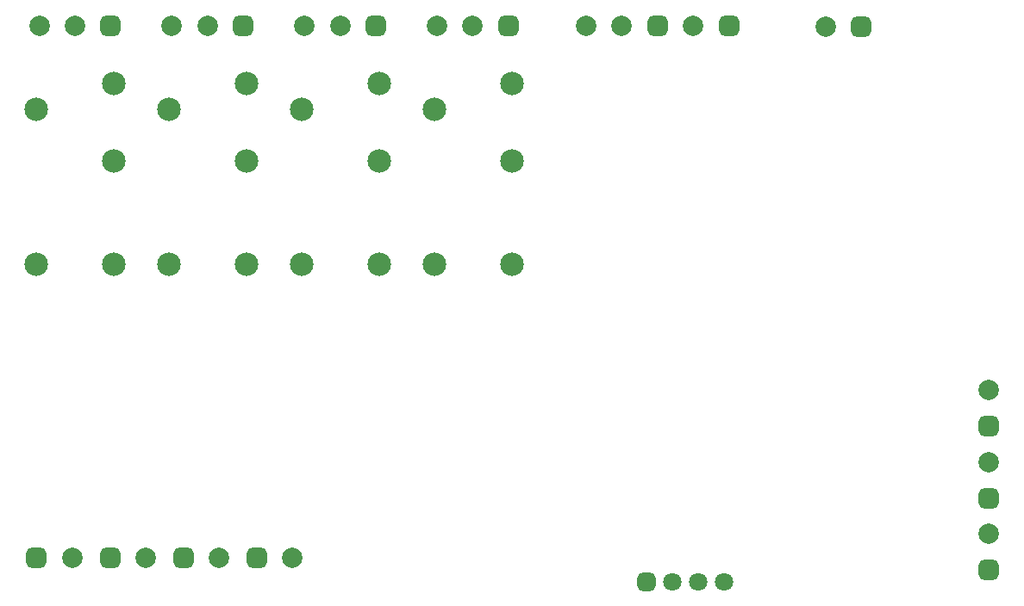
<source format=gbs>
G04*
G04 #@! TF.GenerationSoftware,Altium Limited,Altium Designer,21.2.1 (34)*
G04*
G04 Layer_Color=16711935*
%FSLAX24Y24*%
%MOIN*%
G70*
G04*
G04 #@! TF.SameCoordinates,093661B1-31BE-42CD-8BD9-57EC7F8E6B73*
G04*
G04*
G04 #@! TF.FilePolarity,Negative*
G04*
G01*
G75*
%ADD84C,0.0789*%
G04:AMPARAMS|DCode=85|XSize=78.9mil|YSize=78.9mil|CornerRadius=21.7mil|HoleSize=0mil|Usage=FLASHONLY|Rotation=180.000|XOffset=0mil|YOffset=0mil|HoleType=Round|Shape=RoundedRectangle|*
%AMROUNDEDRECTD85*
21,1,0.0789,0.0354,0,0,180.0*
21,1,0.0354,0.0789,0,0,180.0*
1,1,0.0434,-0.0177,0.0177*
1,1,0.0434,0.0177,0.0177*
1,1,0.0434,0.0177,-0.0177*
1,1,0.0434,-0.0177,-0.0177*
%
%ADD85ROUNDEDRECTD85*%
%ADD86C,0.0907*%
G04:AMPARAMS|DCode=87|XSize=78.9mil|YSize=78.9mil|CornerRadius=21.7mil|HoleSize=0mil|Usage=FLASHONLY|Rotation=90.000|XOffset=0mil|YOffset=0mil|HoleType=Round|Shape=RoundedRectangle|*
%AMROUNDEDRECTD87*
21,1,0.0789,0.0354,0,0,90.0*
21,1,0.0354,0.0789,0,0,90.0*
1,1,0.0434,0.0177,0.0177*
1,1,0.0434,0.0177,-0.0177*
1,1,0.0434,-0.0177,-0.0177*
1,1,0.0434,-0.0177,0.0177*
%
%ADD87ROUNDEDRECTD87*%
%ADD88C,0.0710*%
G04:AMPARAMS|DCode=89|XSize=71mil|YSize=71mil|CornerRadius=19.7mil|HoleSize=0mil|Usage=FLASHONLY|Rotation=0.000|XOffset=0mil|YOffset=0mil|HoleType=Round|Shape=RoundedRectangle|*
%AMROUNDEDRECTD89*
21,1,0.0710,0.0315,0,0,0.0*
21,1,0.0315,0.0710,0,0,0.0*
1,1,0.0395,0.0157,-0.0157*
1,1,0.0395,-0.0157,-0.0157*
1,1,0.0395,-0.0157,0.0157*
1,1,0.0395,0.0157,0.0157*
%
%ADD89ROUNDEDRECTD89*%
D84*
X31500Y45693D02*
D03*
X7592Y45720D02*
D03*
X6214D02*
D03*
X2465D02*
D03*
X1087D02*
D03*
X12719D02*
D03*
X11341D02*
D03*
X17846D02*
D03*
X16468D02*
D03*
X26378Y45736D02*
D03*
X23614D02*
D03*
X22236D02*
D03*
X37787Y26055D02*
D03*
X37787Y28831D02*
D03*
X37783Y31630D02*
D03*
X10874Y25142D02*
D03*
X8040D02*
D03*
X5201D02*
D03*
X2355D02*
D03*
D85*
X32878Y45693D02*
D03*
X8970Y45720D02*
D03*
X3843D02*
D03*
X14097D02*
D03*
X19224D02*
D03*
X27756Y45736D02*
D03*
X24992D02*
D03*
X9497Y25142D02*
D03*
X6662D02*
D03*
X3823D02*
D03*
X977D02*
D03*
D86*
X961Y36492D02*
D03*
Y42492D02*
D03*
X3961Y43492D02*
D03*
Y40492D02*
D03*
Y36492D02*
D03*
X9091D02*
D03*
Y40492D02*
D03*
Y43492D02*
D03*
X6091Y42492D02*
D03*
Y36492D02*
D03*
X11220D02*
D03*
Y42492D02*
D03*
X14220Y43492D02*
D03*
Y40492D02*
D03*
Y36492D02*
D03*
X16350D02*
D03*
Y42492D02*
D03*
X19350Y43492D02*
D03*
Y40492D02*
D03*
Y36492D02*
D03*
D87*
X37787Y24677D02*
D03*
X37787Y27453D02*
D03*
X37783Y30252D02*
D03*
D88*
X25575Y24217D02*
D03*
X26575D02*
D03*
X27575D02*
D03*
D89*
X24575D02*
D03*
M02*

</source>
